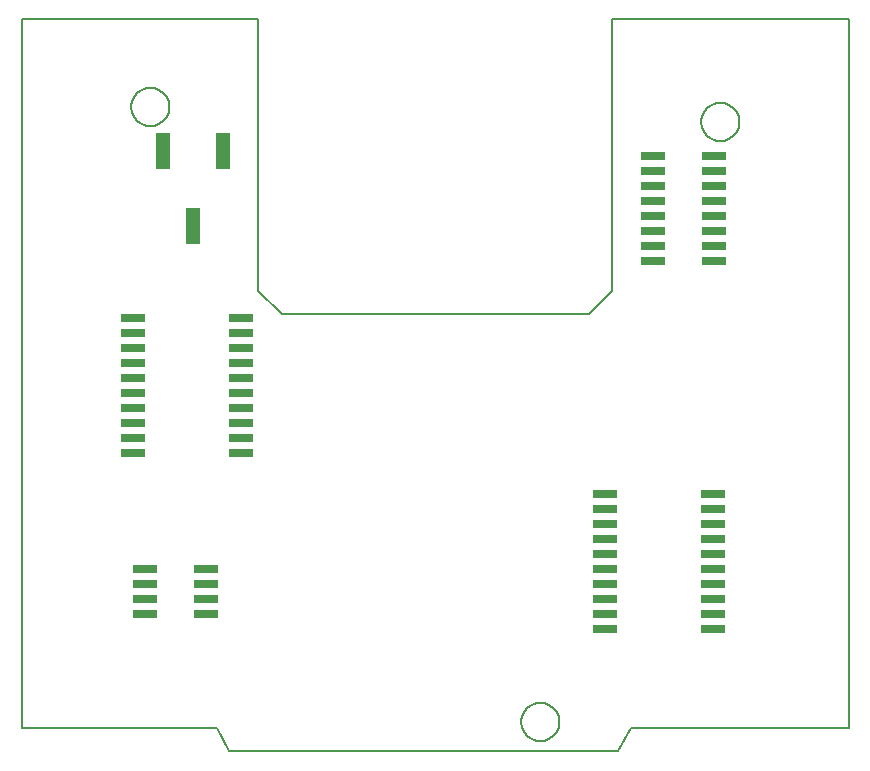
<source format=gbr>
G04 PROTEUS GERBER X2 FILE*
%TF.GenerationSoftware,Labcenter,Proteus,8.12-SP2-Build31155*%
%TF.CreationDate,2024-12-01T22:34:02+00:00*%
%TF.FileFunction,Paste,Top*%
%TF.FilePolarity,Positive*%
%TF.Part,Single*%
%TF.SameCoordinates,{8af06a29-b4e8-4d9f-b474-ceea615e185d}*%
%FSLAX45Y45*%
%MOMM*%
G01*
%TA.AperFunction,Material*%
%ADD36R,2.032000X0.635000*%
%TA.AperFunction,Material*%
%ADD37R,1.270000X3.048000*%
%TA.AperFunction,Profile*%
%ADD71C,0.203200*%
%TD.AperFunction*%
D36*
X+5848619Y+837081D03*
X+5848619Y+964081D03*
X+5848619Y+1091081D03*
X+5848619Y+1218081D03*
X+5848619Y+1345081D03*
X+5848619Y+1472081D03*
X+5848619Y+1599081D03*
X+5848619Y+1726081D03*
X+5848619Y+1853081D03*
X+5848619Y+1980081D03*
X+4934219Y+1980081D03*
X+4934219Y+1853081D03*
X+4934219Y+1726081D03*
X+4934219Y+1599081D03*
X+4934219Y+1472081D03*
X+4934219Y+1345081D03*
X+4934219Y+1218081D03*
X+4934219Y+1091081D03*
X+4934219Y+964081D03*
X+4934219Y+837081D03*
X+1560350Y+959500D03*
X+1560350Y+1086500D03*
X+1560350Y+1213500D03*
X+1560350Y+1340500D03*
X+1039650Y+1340500D03*
X+1039650Y+1213500D03*
X+1039650Y+1086500D03*
X+1039650Y+959500D03*
D37*
X+1704000Y+4887500D03*
X+1196000Y+4887500D03*
X+1450000Y+4252500D03*
D36*
X+942800Y+3471500D03*
X+942800Y+3344500D03*
X+942800Y+3217500D03*
X+942800Y+3090500D03*
X+942800Y+2963500D03*
X+942800Y+2836500D03*
X+942800Y+2709500D03*
X+942800Y+2582500D03*
X+942800Y+2455500D03*
X+942800Y+2328500D03*
X+1857200Y+2328500D03*
X+1857200Y+2455500D03*
X+1857200Y+2582500D03*
X+1857200Y+2709500D03*
X+1857200Y+2836500D03*
X+1857200Y+2963500D03*
X+1857200Y+3090500D03*
X+1857200Y+3217500D03*
X+1857200Y+3344500D03*
X+1857200Y+3471500D03*
X+5339650Y+4844500D03*
X+5339650Y+4717500D03*
X+5339650Y+4590500D03*
X+5339650Y+4463500D03*
X+5339650Y+4336500D03*
X+5339650Y+4209500D03*
X+5339650Y+4082500D03*
X+5339650Y+3955500D03*
X+5860350Y+3955500D03*
X+5860350Y+4082500D03*
X+5860350Y+4209500D03*
X+5860350Y+4336500D03*
X+5860350Y+4463500D03*
X+5860350Y+4590500D03*
X+5860350Y+4717500D03*
X+5860350Y+4844500D03*
D71*
X+0Y+0D02*
X+1650000Y+0D01*
X+7000000Y+0D02*
X+7000000Y+6000000D01*
X+5000000Y+6000000D01*
X+5000000Y+3700000D01*
X+4800000Y+3500000D01*
X+2200000Y+3500000D01*
X+2000000Y+3700000D02*
X+2000000Y+6000000D01*
X+0Y+6000000D01*
X+0Y+0D01*
X+2000000Y+3700000D02*
X+2200000Y+3500000D01*
X+5160000Y+0D02*
X+7000000Y+0D01*
X+1750000Y-200000D02*
X+5050000Y-200000D01*
X+1650000Y+0D02*
X+1750000Y-200000D01*
X+5160000Y+0D02*
X+5050000Y-200000D01*
X+4550045Y+50000D02*
X+4549508Y+63142D01*
X+4545144Y+89427D01*
X+4536029Y+115712D01*
X+4521182Y+141997D01*
X+4498470Y+168118D01*
X+4472185Y+187898D01*
X+4445900Y+200658D01*
X+4419615Y+208108D01*
X+4393330Y+210987D01*
X+4389000Y+211045D01*
X+4227955Y+50000D02*
X+4228492Y+63142D01*
X+4232856Y+89427D01*
X+4241971Y+115712D01*
X+4256818Y+141997D01*
X+4279530Y+168118D01*
X+4305815Y+187898D01*
X+4332100Y+200658D01*
X+4358385Y+208108D01*
X+4384670Y+210987D01*
X+4389000Y+211045D01*
X+4227955Y+50000D02*
X+4228492Y+36858D01*
X+4232856Y+10573D01*
X+4241971Y-15712D01*
X+4256818Y-41997D01*
X+4279530Y-68118D01*
X+4305815Y-87898D01*
X+4332100Y-100658D01*
X+4358385Y-108108D01*
X+4384670Y-110987D01*
X+4389000Y-111045D01*
X+4550045Y+50000D02*
X+4549508Y+36858D01*
X+4545144Y+10573D01*
X+4536029Y-15712D01*
X+4521182Y-41997D01*
X+4498470Y-68118D01*
X+4472185Y-87898D01*
X+4445900Y-100658D01*
X+4419615Y-108108D01*
X+4393330Y-110987D01*
X+4389000Y-111045D01*
X+6074045Y+5130000D02*
X+6073508Y+5143142D01*
X+6069144Y+5169427D01*
X+6060029Y+5195712D01*
X+6045182Y+5221997D01*
X+6022470Y+5248118D01*
X+5996185Y+5267898D01*
X+5969900Y+5280658D01*
X+5943615Y+5288108D01*
X+5917330Y+5290987D01*
X+5913000Y+5291045D01*
X+5751955Y+5130000D02*
X+5752492Y+5143142D01*
X+5756856Y+5169427D01*
X+5765971Y+5195712D01*
X+5780818Y+5221997D01*
X+5803530Y+5248118D01*
X+5829815Y+5267898D01*
X+5856100Y+5280658D01*
X+5882385Y+5288108D01*
X+5908670Y+5290987D01*
X+5913000Y+5291045D01*
X+5751955Y+5130000D02*
X+5752492Y+5116858D01*
X+5756856Y+5090573D01*
X+5765971Y+5064288D01*
X+5780818Y+5038003D01*
X+5803530Y+5011882D01*
X+5829815Y+4992102D01*
X+5856100Y+4979342D01*
X+5882385Y+4971892D01*
X+5908670Y+4969013D01*
X+5913000Y+4968955D01*
X+6074045Y+5130000D02*
X+6073508Y+5116858D01*
X+6069144Y+5090573D01*
X+6060029Y+5064288D01*
X+6045182Y+5038003D01*
X+6022470Y+5011882D01*
X+5996185Y+4992102D01*
X+5969900Y+4979342D01*
X+5943615Y+4971892D01*
X+5917330Y+4969013D01*
X+5913000Y+4968955D01*
X+1248045Y+5257000D02*
X+1247508Y+5270142D01*
X+1243144Y+5296427D01*
X+1234029Y+5322712D01*
X+1219182Y+5348997D01*
X+1196470Y+5375118D01*
X+1170185Y+5394898D01*
X+1143900Y+5407658D01*
X+1117615Y+5415108D01*
X+1091330Y+5417987D01*
X+1087000Y+5418045D01*
X+925955Y+5257000D02*
X+926492Y+5270142D01*
X+930856Y+5296427D01*
X+939971Y+5322712D01*
X+954818Y+5348997D01*
X+977530Y+5375118D01*
X+1003815Y+5394898D01*
X+1030100Y+5407658D01*
X+1056385Y+5415108D01*
X+1082670Y+5417987D01*
X+1087000Y+5418045D01*
X+925955Y+5257000D02*
X+926492Y+5243858D01*
X+930856Y+5217573D01*
X+939971Y+5191288D01*
X+954818Y+5165003D01*
X+977530Y+5138882D01*
X+1003815Y+5119102D01*
X+1030100Y+5106342D01*
X+1056385Y+5098892D01*
X+1082670Y+5096013D01*
X+1087000Y+5095955D01*
X+1248045Y+5257000D02*
X+1247508Y+5243858D01*
X+1243144Y+5217573D01*
X+1234029Y+5191288D01*
X+1219182Y+5165003D01*
X+1196470Y+5138882D01*
X+1170185Y+5119102D01*
X+1143900Y+5106342D01*
X+1117615Y+5098892D01*
X+1091330Y+5096013D01*
X+1087000Y+5095955D01*
M02*

</source>
